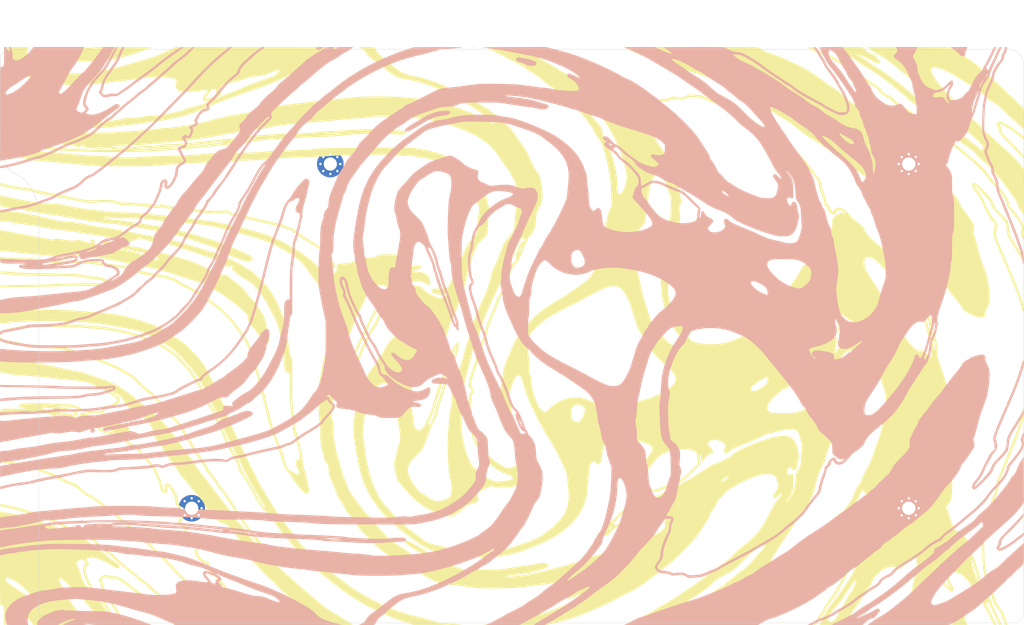
<source format=kicad_pcb>
(kicad_pcb (version 20211014) (generator pcbnew)
  (layers (0 "F.Cu" signal) (31 "B.Cu" signal) (34 "B.Paste" user) (35 "F.Paste" user) (36 "B.SilkS" user "B.Silkscreen") (37 "F.SilkS" user "F.Silkscreen") (38 "B.Mask" user) (39 "F.Mask" user) (44 "Edge.Cuts" user))
  (net 0 "")
  (footprint "MountingHole:MountingHole_2.2mm_M2_Pad_Via" (layer "F.Cu") (at 198.4375 58.7375)
    (fp_text reference "REF**" hide)
    (fp_text value "MountingHole_4.6mm_Pad_Via")
    (pad "1" thru_hole circle locked (at -1.166726 1.166726) (size 0.7 0.7) (drill 0.4) (layers *.Cu *.Mask))
    (pad "1" thru_hole circle locked (at -1.166726 -1.166726) (size 0.7 0.7) (drill 0.4) (layers *.Cu *.Mask))
    (pad "1" thru_hole circle locked (at 0 0) (size 4.4 4.4) (drill 2.2) (layers *.Cu *.Mask))
    (pad "1" thru_hole circle locked (at 0 -1.65) (size 0.7 0.7) (drill 0.4) (layers *.Cu *.Mask))
    (pad "1" thru_hole circle locked (at 0 1.65) (size 0.7 0.7) (drill 0.4) (layers *.Cu *.Mask))
    (pad "1" thru_hole circle locked (at 1.166726 -1.166726) (size 0.7 0.7) (drill 0.4) (layers *.Cu *.Mask))
    (pad "1" thru_hole circle locked (at 1.166726 1.166726) (size 0.7 0.7) (drill 0.4) (layers *.Cu *.Mask))
    (pad "1" thru_hole circle locked (at -1.65 0) (size 0.7 0.7) (drill 0.4) (layers *.Cu *.Mask))
    (pad "1" thru_hole circle locked (at 1.65 0) (size 0.7 0.7) (drill 0.4) (layers *.Cu *.Mask))
  )
  (footprint "MountingHole:MountingHole_2.2mm_M2_Pad_Via" (layer "F.Cu") (at 198.4375 115.8875)
    (fp_text reference "REF**" hide)
    (fp_text value "MountingHole_4.6mm_Pad_Via")
    (pad "1" thru_hole circle locked (at 0 0) (size 4.4 4.4) (drill 2.2) (layers *.Cu *.Mask))
    (pad "1" thru_hole circle locked (at -1.65 0) (size 0.7 0.7) (drill 0.4) (layers *.Cu *.Mask))
    (pad "1" thru_hole circle locked (at 1.166726 1.166726) (size 0.7 0.7) (drill 0.4) (layers *.Cu *.Mask))
    (pad "1" thru_hole circle locked (at 1.166726 -1.166726) (size 0.7 0.7) (drill 0.4) (layers *.Cu *.Mask))
    (pad "1" thru_hole circle locked (at -1.166726 1.166726) (size 0.7 0.7) (drill 0.4) (layers *.Cu *.Mask))
    (pad "1" thru_hole circle locked (at -1.166726 -1.166726) (size 0.7 0.7) (drill 0.4) (layers *.Cu *.Mask))
    (pad "1" thru_hole circle locked (at 0 1.65) (size 0.7 0.7) (drill 0.4) (layers *.Cu *.Mask))
    (pad "1" thru_hole circle locked (at 1.65 0) (size 0.7 0.7) (drill 0.4) (layers *.Cu *.Mask))
    (pad "1" thru_hole circle locked (at 0 -1.65) (size 0.7 0.7) (drill 0.4) (layers *.Cu *.Mask))
  )
  (footprint "MountingHole:MountingHole_2.2mm_M2_Pad_Via" (layer "F.Cu") (at 102.39375 58.7375)
    (fp_text reference "REF**" hide)
    (fp_text value "MountingHole_4.6mm_Pad_Via")
    (pad "1" thru_hole circle locked (at -1.65 0) (size 0.7 0.7) (drill 0.4) (layers *.Cu *.Mask))
    (pad "1" thru_hole circle locked (at 1.166726 -1.166726) (size 0.7 0.7) (drill 0.4) (layers *.Cu *.Mask))
    (pad "1" thru_hole circle locked (at 0 -1.65) (size 0.7 0.7) (drill 0.4) (layers *.Cu *.Mask))
    (pad "1" thru_hole circle locked (at 0 1.65) (size 0.7 0.7) (drill 0.4) (layers *.Cu *.Mask))
    (pad "1" thru_hole circle locked (at -1.166726 -1.166726) (size 0.7 0.7) (drill 0.4) (layers *.Cu *.Mask))
    (pad "1" thru_hole circle locked (at -1.166726 1.166726) (size 0.7 0.7) (drill 0.4) (layers *.Cu *.Mask))
    (pad "1" thru_hole circle locked (at 0 0) (size 4.4 4.4) (drill 2.2) (layers *.Cu *.Mask))
    (pad "1" thru_hole circle locked (at 1.65 0) (size 0.7 0.7) (drill 0.4) (layers *.Cu *.Mask))
    (pad "1" thru_hole circle locked (at 1.166726 1.166726) (size 0.7 0.7) (drill 0.4) (layers *.Cu *.Mask))
  )
  (footprint "Symbol:paint-swirl" (layer "F.Cu") (at 132.55625 87.3125)
    (fp_text reference "G***" hide)
    (fp_text value "LOGO" hide)
  )
  (footprint "" (layer "F.Cu") (at 89.69375 31.75)
    (fp_text reference "" (at 103.1875 58.7375) (layer "F.SilkS") (effects (font (size 1.27 1.27))))
    (fp_text value "" (at 103.1875 58.7375) (layer "F.SilkS") (effects (font (size 1.27 1.27))))
  )
  (footprint "MountingHole:MountingHole_2.2mm_M2_Pad_Via" (layer "F.Cu") (at 79.375 115.8875)
    (fp_text reference "REF**" hide)
    (fp_text value "MountingHole_4.6mm_Pad_Via")
    (pad "1" thru_hole circle locked (at 1.166726 -1.166726) (size 0.7 0.7) (drill 0.4) (layers *.Cu *.Mask))
    (pad "1" thru_hole circle locked (at 1.166726 1.166726) (size 0.7 0.7) (drill 0.4) (layers *.Cu *.Mask))
    (pad "1" thru_hole circle locked (at -1.166726 -1.166726) (size 0.7 0.7) (drill 0.4) (layers *.Cu *.Mask))
    (pad "1" thru_hole circle locked (at 0 -1.65) (size 0.7 0.7) (drill 0.4) (layers *.Cu *.Mask))
    (pad "1" thru_hole circle locked (at -1.65 0) (size 0.7 0.7) (drill 0.4) (layers *.Cu *.Mask))
    (pad "1" thru_hole circle locked (at 0 0) (size 4.4 4.4) (drill 2.2) (layers *.Cu *.Mask))
    (pad "1" thru_hole circle locked (at -1.166726 1.166726) (size 0.7 0.7) (drill 0.4) (layers *.Cu *.Mask))
    (pad "1" thru_hole circle locked (at 1.65 0) (size 0.7 0.7) (drill 0.4) (layers *.Cu *.Mask))
    (pad "1" thru_hole circle locked (at 0 1.65) (size 0.7 0.7) (drill 0.4) (layers *.Cu *.Mask))
  )
  (footprint "Symbol:paint-swirl" (layer "B.Cu") (at 132.55625 87.3125)
    (fp_text reference "G***" hide)
    (fp_text value "LOGO" hide)
  )
  (gr_line (start 53.975 132.55625) (end 53.975 67.292676) (layer "Edge.Cuts") (width 0.05))
  (gr_line (start 49.2125 39.6875) (end 215.10625 39.6875) (layer "Edge.Cuts") (width 0.05))
  (gr_line (start 56.35625 134.9375) (end 215.9 134.9375) (layer "Edge.Cuts") (width 0.05))
  (gr_line (start 217.4875 133.35) (end 217.4875 42.06875) (layer "Edge.Cuts") (width 0.05))
  (gr_arc (start 56.35625 134.9375) (mid 54.672452 134.240048) (end 53.975 132.55625) (layer "Edge.Cuts") (width 0.05))
  (gr_arc (start 217.4875 133.35) (mid 217.022532 134.472532) (end 215.9 134.9375) (layer "Edge.Cuts") (width 0.05))
  (gr_arc (start 51.417676 61.11875) (mid 53.310373 63.951371) (end 53.975 67.292676) (layer "Edge.Cuts") (width 0.05))
  (gr_arc (start 47.625 41.275) (mid 48.089968 40.152468) (end 49.2125 39.6875) (layer "Edge.Cuts") (width 0.05))
  (gr_line (start 49.484872 60.052628) (end 51.417676 61.11875) (layer "Edge.Cuts") (width 0.05))
  (gr_line (start 47.625 50.8) (end 47.625 55.5625) (layer "Edge.Cuts") (width 0.05))
  (gr_arc (start 49.484872 60.052628) (mid 48.108365 57.99254) (end 47.625 55.5625) (layer "Edge.Cuts") (width 0.05))
  (gr_line (start 47.625 41.275) (end 47.625 50.8) (layer "Edge.Cuts") (width 0.05))
  (gr_arc (start 215.10625 39.6875) (mid 216.790048 40.384952) (end 217.4875 42.06875) (layer "Edge.Cuts") (width 0.05))
)
</source>
